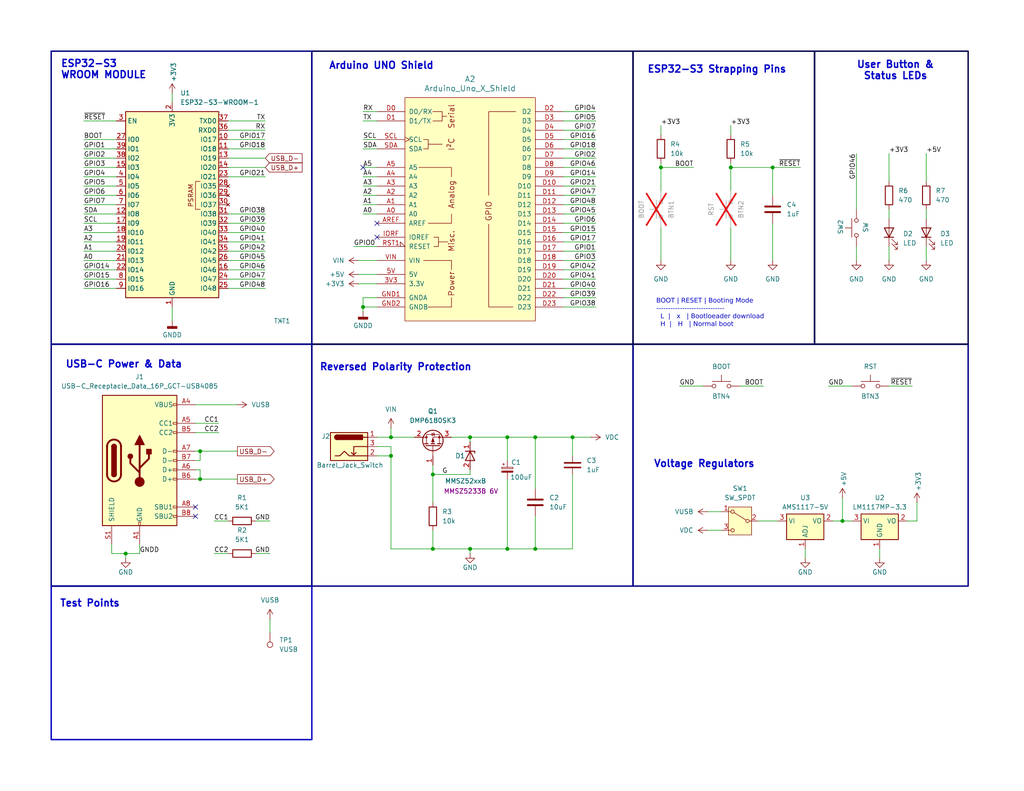
<source format=kicad_sch>
(kicad_sch (version 20250114) (generator "eeschema") (generator_version "9.0")
  (paper "USLetter")
  (title_block (title "ESP32-S3 Arduino Uno Board") (date "2024-10-30") (rev "5.5") (company "CEGEP Heritage College"))
  (lib_symbols
    (symbol "Alexander Symbol Library:USB-C_Receptacle_Data_16P_GCT-USB4085" (pin_names (offset 1.016))
      (property "Reference" "J" (at 0 22.225 0))
      (property "Value" "USB-C_Receptacle_Data_16P_GCT-USB4085" (at 0 19.685 0))
      (symbol "USB-C_Receptacle_Data_16P_GCT-USB4085_1_1"
        (pin power_in line (at -7.62 -22.86 90) (length 5.08) (name "SHIELD") (number "S1"))
        (pin power_in line (at -7.62 -22.86 90) (length 5.08) (hide yes) (name "SHIELD") (number "S2"))
        (pin power_in line (at -7.62 -22.86 90) (length 5.08) (hide yes) (name "SHIELD") (number "S3"))
        (pin power_in line (at -7.62 -22.86 90) (length 5.08) (hide yes) (name "SHIELD") (number "S4"))
        (pin power_in line (at 0 -22.86 90) (length 5.08) (name "GND") (number "A1"))
        (pin power_in line (at 0 -22.86 90) (length 5.08) (hide yes) (name "GND") (number "A12"))
        (pin power_in line (at 0 -22.86 90) (length 5.08) (hide yes) (name "GND") (number "B1"))
        (pin power_in line (at 0 -22.86 90) (length 5.08) (hide yes) (name "GND") (number "B12"))
        (pin power_out line (at 15.24 15.24 180) (length 5.08) (name "VBUS") (number "A4"))
        (pin power_out line (at 15.24 15.24 180) (length 5.08) (hide yes) (name "VBUS") (number "A9"))
        (pin power_out line (at 15.24 15.24 180) (length 5.08) (hide yes) (name "VBUS") (number "B4"))
        (pin passive line (at 15.24 15.24 180) (length 5.08) (hide yes) (name "VBUS") (number "B9"))
        (pin bidirectional line (at 15.24 10.16 180) (length 5.08) (name "CC1") (number "A5"))
        (pin bidirectional line (at 15.24 7.62 180) (length 5.08) (name "CC2") (number "B5"))
        (pin bidirectional line (at 15.24 2.54 180) (length 5.08) (name "D-") (number "A7"))
        (pin bidirectional line (at 15.24 0 180) (length 5.08) (name "D-") (number "B7"))
        (pin bidirectional line (at 15.24 -2.54 180) (length 5.08) (name "D+") (number "A6"))
        (pin bidirectional line (at 15.24 -5.08 180) (length 5.08) (name "D+") (number "B6"))
        (pin bidirectional line (at 15.24 -12.7 180) (length 5.08) (name "SBU1") (number "A8"))
        (pin bidirectional line (at 15.24 -15.24 180) (length 5.08) (name "SBU2") (number "B8"))
      )
    )
    (symbol "Alexander Symbols:AMS1117-5V" (exclude_from_sim yes)
      (property "Reference" "U" (at 0 0 0))
      (property "Value" "AMS1117-5V" (at 0 2.032 0))
      (symbol "AMS1117-5V_1_1"
        (pin power_in line (at -7.62 -3.81 0) (length 2.54) (name "VI") (number "3"))
        (pin power_out line (at 0 -11.43 90) (length 2.54) (name "ADJ") (number "1"))
        (pin power_out line (at 7.62 -3.81 180) (length 2.54) (name "VO") (number "2"))
      )
    )
    (symbol "Alexander Symbols:Arduino_Uno_X_Shield" (pin_names (offset 1.016))
      (property "Reference" "A1" (at 0 34.29 0))
      (property "Value" "Arduino_Uno_X_Shield" (at 0 31.75 0))
      (symbol "Arduino_Uno_X_Shield_0_0"
        (text "Serial" (at -5.08 25.4 900) (effects (font (size 1.524 1.524))))
        (text "I²C" (at -5.08 17.78 900) (effects (font (size 1.524 1.524))))
        (text "Analog" (at -5.08 4.064 900) (effects (font (size 1.524 1.524))))
        (text "Misc." (at -5.08 -8.636 900) (effects (font (size 1.524 1.524))))
        (text "Power" (at -5.08 -20.32 900) (effects (font (size 1.524 1.524))))
      )
      (symbol "Arduino_Uno_X_Shield_1_0"
        (text "GPIO" (at 5.08 -0.508 900) (effects (font (size 1.524 1.524))))
      )
      (symbol "Arduino_Uno_X_Shield_1_1"
        (pin bidirectional line (at -25.4 26.67 0) (length 7.62) (name "D0/RX") (number "D0"))
        (pin bidirectional line (at -25.4 24.13 0) (length 7.62) (name "D1/TX") (number "D1"))
        (pin bidirectional clock (at -25.4 19.05 0) (length 7.62) (name "SCL") (number "SCL"))
        (pin bidirectional line (at -25.4 16.51 0) (length 7.62) (name "SDA") (number "SDA"))
        (pin bidirectional line (at -25.4 11.43 0) (length 7.62) (name "A5") (number "A5"))
        (pin bidirectional line (at -25.4 8.89 0) (length 7.62) (name "A4") (number "A4"))
        (pin bidirectional line (at -25.4 6.35 0) (length 7.62) (name "A3") (number "A3"))
        (pin bidirectional line (at -25.4 3.81 0) (length 7.62) (name "A2") (number "A2"))
        (pin bidirectional line (at -25.4 1.27 0) (length 7.62) (name "A1") (number "A1"))
        (pin bidirectional line (at -25.4 -1.27 0) (length 7.62) (name "A0") (number "A0"))
        (pin input line (at -25.4 -3.81 0) (length 7.62) (name "AREF") (number "AREF"))
        (pin output line (at -25.4 -7.62 0) (length 7.62) (name "IOREF") (number "IORF"))
        (pin open_collector input_low (at -25.4 -10.16 0) (length 7.62) (name "RESET") (number "RST1"))
        (pin power_in line (at -25.4 -13.97 0) (length 7.62) (name "VIN") (number "VIN"))
        (pin power_out line (at -25.4 -17.78 0) (length 7.62) (name "5V") (number "5V"))
        (pin power_out line (at -25.4 -17.78 0) (length 7.62) (hide yes) (name "5V") (number "5V"))
        (pin power_out line (at -25.4 -20.32 0) (length 7.62) (name "3.3V") (number "3V3"))
        (pin power_out line (at -25.4 -20.32 0) (length 7.62) (hide yes) (name "3.3V") (number "3V3"))
        (pin power_in line (at -25.4 -24.13 0) (length 7.62) (name "GNDA") (number "GND1"))
        (pin power_in line (at -25.4 -24.13 0) (length 7.62) (hide yes) (name "GNDA") (number "GND1"))
        (pin power_in line (at -25.4 -24.13 0) (length 7.62) (hide yes) (name "GNDA") (number "GND1"))
        (pin power_in line (at -25.4 -26.67 0) (length 7.62) (name "GNDB") (number "GND2"))
        (pin power_in line (at -25.4 -26.67 0) (length 7.62) (hide yes) (name "GNDB") (number "GND2"))
        (pin bidirectional line (at 25.4 26.67 180) (length 7.62) (name "D2") (number "D2"))
        (pin bidirectional line (at 25.4 24.13 180) (length 7.62) (name "D3") (number "D3"))
        (pin bidirectional line (at 25.4 21.59 180) (length 7.62) (name "D4") (number "D4"))
        (pin bidirectional line (at 25.4 19.05 180) (length 7.62) (name "D5") (number "D5"))
        (pin bidirectional line (at 25.4 16.51 180) (length 7.62) (name "D6") (number "D6"))
        (pin bidirectional line (at 25.4 13.97 180) (length 7.62) (name "D7") (number "D7"))
        (pin bidirectional line (at 25.4 11.43 180) (length 7.62) (name "D8") (number "D8"))
        (pin bidirectional line (at 25.4 8.89 180) (length 7.62) (name "D9") (number "D9"))
        (pin bidirectional line (at 25.4 6.35 180) (length 7.62) (name "D10") (number "D10"))
        (pin bidirectional line (at 25.4 3.81 180) (length 7.62) (name "D11") (number "D11"))
        (pin bidirectional line (at 25.4 1.27 180) (length 7.62) (name "D12") (number "D12"))
        (pin bidirectional line (at 25.4 -1.27 180) (length 7.62) (name "D13") (number "D13"))
        (pin bidirectional line (at 25.4 -3.81 180) (length 7.62) (name "D14") (number "D14"))
        (pin bidirectional line (at 25.4 -6.35 180) (length 7.62) (name "D15") (number "D15"))
        (pin bidirectional line (at 25.4 -8.89 180) (length 7.62) (name "D16") (number "D16"))
        (pin bidirectional line (at 25.4 -11.43 180) (length 7.62) (name "D17") (number "D17"))
        (pin bidirectional line (at 25.4 -13.97 180) (length 7.62) (name "D18") (number "D18"))
        (pin bidirectional line (at 25.4 -16.51 180) (length 7.62) (name "D19") (number "D19"))
        (pin bidirectional line (at 25.4 -19.05 180) (length 7.62) (name "D20") (number "D20"))
        (pin bidirectional line (at 25.4 -21.59 180) (length 7.62) (name "D21") (number "D21"))
        (pin bidirectional line (at 25.4 -24.13 180) (length 7.62) (name "D22") (number "D22"))
        (pin bidirectional line (at 25.4 -26.67 180) (length 7.62) (name "D23") (number "D23"))
      )
    )
    (symbol "Alexander Symbols:Logo"
      (property "Reference" "TXT" (at 0 0 0))
    )
    (symbol "Alexander Symbols:SW_BTN_90DEG" (pin_numbers (hide yes)) (pin_names (offset 1.016) (hide yes))
      (property "Reference" "SW" (at 1.27 2.54 0))
      (property "Value" "SW_Push" (at 0 -1.524 0))
      (symbol "SW_BTN_90DEG_0_1"
        (pin passive line (at -5.08 0 0) (length 2.54) (name "1") (number "1"))
        (pin passive line (at 5.08 0 180) (length 2.54) (name "2") (number "2"))
      )
      (symbol "SW_BTN_90DEG_1_0"
        (pin passive line (at -5.08 0 0) (length 2.54) (hide yes) (name "1") (number "3"))
        (pin passive line (at 5.08 0 180) (length 2.54) (hide yes) (name "2") (number "4"))
      )
    )
    (symbol "Alexander_Library_Symbols:SW_Push_SMD_6x3.5" (pin_numbers (hide yes)) (pin_names (offset 1.016) (hide yes))
      (property "Reference" "SW" (at 1.27 2.54 0))
      (property "Value" "SW_Push_SMD_6x3.5" (at 0 -1.524 0))
      (symbol "SW_Push_SMD_6x3.5_0_1"
        (pin passive line (at -5.08 0 0) (length 2.54) (name "1") (number "1"))
        (pin passive line (at 5.08 0 180) (length 2.54) (name "2") (number "2"))
      )
    )
    (symbol "Connector:Barrel_Jack_Switch" (pin_names (hide yes))
      (property "Reference" "J" (at 0 5.334 0))
      (property "Value" "Barrel_Jack_Switch" (at 0 -5.08 0))
      (symbol "Barrel_Jack_Switch_1_1"
        (pin passive line (at 7.62 2.54 180) (length 2.54) (name "~") (number "1"))
        (pin passive line (at 7.62 0 180) (length 2.54) (name "~") (number "3"))
        (pin passive line (at 7.62 -2.54 180) (length 2.54) (name "~") (number "2"))
      )
    )
    (symbol "Connector:TestPoint" (pin_numbers (hide yes)) (pin_names (offset 0.762) (hide yes))
      (property "Reference" "TP" (at 0 6.858 0))
      (property "Value" "TestPoint" (at 0 5.08 0))
      (symbol "TestPoint_1_1"
        (pin passive line (at 0 0 90) (length 2.54) (name "1") (number "1"))
      )
    )
    (symbol "Device:C" (pin_numbers (hide yes)) (pin_names (offset 0.254))
      (property "Reference" "C" (at 0.635 2.54 0))
      (property "Value" "C" (at 0.635 -2.54 0))
      (symbol "C_1_1"
        (pin passive line (at 0 3.81 270) (length 2.794) (name "~") (number "1"))
        (pin passive line (at 0 -3.81 90) (length 2.794) (name "~") (number "2"))
      )
    )
    (symbol "Device:C_Polarized_Small" (pin_numbers (hide yes)) (pin_names (offset 0.254) (hide yes))
      (property "Reference" "C" (at 0.254 1.778 0))
      (property "Value" "C_Polarized_Small" (at 0.254 -2.032 0))
      (symbol "C_Polarized_Small_1_1"
        (pin passive line (at 0 2.54 270) (length 1.8542) (name "~") (number "1"))
        (pin passive line (at 0 -2.54 90) (length 1.8542) (name "~") (number "2"))
      )
    )
    (symbol "Device:LED" (pin_numbers (hide yes)) (pin_names (offset 1.016) (hide yes))
      (property "Reference" "D" (at 0 2.54 0))
      (property "Value" "LED" (at 0 -2.54 0))
      (symbol "LED_1_1"
        (pin passive line (at -3.81 0 0) (length 2.54) (name "K") (number "1"))
        (pin passive line (at 3.81 0 180) (length 2.54) (name "A") (number "2"))
      )
    )
    (symbol "Device:R" (pin_numbers (hide yes)) (pin_names (offset 0))
      (property "Reference" "R" (at 2.032 0 90))
      (property "Value" "R" (at 0 0 90))
      (symbol "R_1_1"
        (pin passive line (at 0 3.81 270) (length 1.27) (name "~") (number "1"))
        (pin passive line (at 0 -3.81 90) (length 1.27) (name "~") (number "2"))
      )
    )
    (symbol "GND_1" (power) (pin_numbers (hide yes)) (pin_names (offset 0) (hide yes))
      (property "Value" "GND" (at 0 -3.81 0))
      (symbol "GND_1_1_1"
        (pin power_in line (at 0 0 270) (length 0) (name "~") (number "1"))
      )
    )
    (symbol "PCM_SL_Devices:Capacitor_NP"
      (property "Reference" "C" (at 0 6.35 0))
      (property "Value" "Capacitor_NP" (at 0 3.81 0))
      (symbol "Capacitor_NP_1_1"
        (pin passive line (at -2.54 0 0) (length 2) (name "~") (number "1"))
        (pin input line (at 2.54 0 180) (length 2) (name "~") (number "2"))
      )
    )
    (symbol "RF_Module:ESP32-S3-WROOM-1"
      (property "Reference" "U6" (at 2.1941 30.48 0))
      (property "Value" "ESP32-S3-WROOM-1" (at 2.1941 27.94 0))
      (symbol "ESP32-S3-WROOM-1_0_0"
        (text "PSRAM" (at 5.08 2.54 900) (effects (font (size 1.27 1.27))))
      )
      (symbol "ESP32-S3-WROOM-1_1_1"
        (pin input line (at -15.24 22.86 0) (length 2.54) (name "EN") (number "3"))
        (pin bidirectional line (at -15.24 17.78 0) (length 2.54) (name "IO0") (number "27"))
        (pin bidirectional line (at -15.24 15.24 0) (length 2.54) (name "IO1") (number "39"))
        (pin bidirectional line (at -15.24 12.7 0) (length 2.54) (name "IO2") (number "38"))
        (pin bidirectional line (at -15.24 10.16 0) (length 2.54) (name "IO3") (number "15"))
        (pin bidirectional line (at -15.24 7.62 0) (length 2.54) (name "IO4") (number "4"))
        (pin bidirectional line (at -15.24 5.08 0) (length 2.54) (name "IO5") (number "5"))
        (pin bidirectional line (at -15.24 2.54 0) (length 2.54) (name "IO6") (number "6"))
        (pin bidirectional line (at -15.24 0 0) (length 2.54) (name "IO7") (number "7"))
        (pin bidirectional line (at -15.24 -2.54 0) (length 2.54) (name "IO8") (number "12"))
        (pin bidirectional line (at -15.24 -5.08 0) (length 2.54) (name "IO9") (number "17"))
        (pin bidirectional line (at -15.24 -7.62 0) (length 2.54) (name "IO10") (number "18"))
        (pin bidirectional line (at -15.24 -10.16 0) (length 2.54) (name "IO11") (number "19"))
        (pin bidirectional line (at -15.24 -12.7 0) (length 2.54) (name "IO12") (number "20"))
        (pin bidirectional line (at -15.24 -15.24 0) (length 2.54) (name "IO13") (number "21"))
        (pin bidirectional line (at -15.24 -17.78 0) (length 2.54) (name "IO14") (number "22"))
        (pin bidirectional line (at -15.24 -20.32 0) (length 2.54) (name "IO15") (number "8"))
        (pin bidirectional line (at -15.24 -22.86 0) (length 2.54) (name "IO16") (number "9"))
        (pin power_in line (at 0 27.94 270) (length 2.54) (name "3V3") (number "2"))
        (pin power_in line (at 0 -27.94 90) (length 2.54) (name "GND") (number "1"))
        (pin passive line (at 0 -27.94 90) (length 2.54) (hide yes) (name "GND") (number "40"))
        (pin passive line (at 0 -27.94 90) (length 2.54) (hide yes) (name "GND") (number "41"))
        (pin bidirectional line (at 15.24 22.86 180) (length 2.54) (name "TXD0") (number "37"))
        (pin bidirectional line (at 15.24 20.32 180) (length 2.54) (name "RXD0") (number "36"))
        (pin bidirectional line (at 15.24 17.78 180) (length 2.54) (name "IO17") (number "10"))
        (pin bidirectional line (at 15.24 15.24 180) (length 2.54) (name "IO18") (number "11"))
        (pin bidirectional line (at 15.24 12.7 180) (length 2.54) (name "IO19") (number "13"))
        (pin bidirectional line (at 15.24 10.16 180) (length 2.54) (name "IO20") (number "14"))
        (pin bidirectional line (at 15.24 7.62 180) (length 2.54) (name "IO21") (number "23"))
        (pin no_connect line (at 15.24 5.08 180) (length 2.54) (name "IO35") (number "28"))
        (pin no_connect line (at 15.24 2.54 180) (length 2.54) (name "IO36") (number "29"))
        (pin no_connect line (at 15.24 0 180) (length 2.54) (name "IO37") (number "30"))
        (pin bidirectional line (at 15.24 -2.54 180) (length 2.54) (name "IO38") (number "31"))
        (pin bidirectional line (at 15.24 -5.08 180) (length 2.54) (name "IO39") (number "32"))
        (pin bidirectional line (at 15.24 -7.62 180) (length 2.54) (name "IO40") (number "33"))
        (pin bidirectional line (at 15.24 -10.16 180) (length 2.54) (name "IO41") (number "34"))
        (pin bidirectional line (at 15.24 -12.7 180) (length 2.54) (name "IO42") (number "35"))
        (pin bidirectional line (at 15.24 -15.24 180) (length 2.54) (name "IO45") (number "26"))
        (pin bidirectional line (at 15.24 -17.78 180) (length 2.54) (name "IO46") (number "16"))
        (pin bidirectional line (at 15.24 -20.32 180) (length 2.54) (name "IO47") (number "24"))
        (pin bidirectional line (at 15.24 -22.86 180) (length 2.54) (name "IO48") (number "25"))
      )
    )
    (symbol "Regulator_Linear:LM1117MP-3.3"
      (property "Reference" "U" (at -3.81 3.175 0))
      (property "Value" "LM1117MP-3.3" (at 0 3.175 0))
      (symbol "LM1117MP-3.3_1_1"
        (pin power_in line (at -7.62 0 0) (length 2.54) (name "VI") (number "3"))
        (pin power_in line (at 0 -7.62 90) (length 2.54) (name "GND") (number "1"))
        (pin power_out line (at 7.62 0 180) (length 2.54) (name "VO") (number "2"))
      )
    )
    (symbol "Switch:SW_SPDT" (pin_names (offset 0) (hide yes))
      (property "Reference" "SW" (at 0 5.08 0))
      (property "Value" "SW_SPDT" (at 0 -5.08 0))
      (symbol "SW_SPDT_1_1"
        (pin passive line (at -5.08 0 0) (length 2.54) (name "B") (number "2"))
        (pin passive line (at 5.08 2.54 180) (length 2.54) (name "A") (number "1"))
        (pin passive line (at 5.08 -2.54 180) (length 2.54) (name "C") (number "3"))
      )
    )
    (symbol "myparts:DMP6180SK3" (pin_names (hide yes))
      (property "Reference" "Q" (at -6.35 3.81 0))
      (property "Value" "DMP6180SK3" (at -8.89 -5.08 0))
      (symbol "DMP6180SK3_1_1"
        (pin input line (at -7.62 0 0) (length 2.54) (name "G") (number "1"))
        (pin passive line (at 0 5.08 270) (length 2.54) (name "D") (number "2"))
        (pin passive line (at 0 -5.08 90) (length 2.54) (name "S") (number "3"))
      )
    )
    (symbol "myparts:MMSZ52XXB" (pin_names (hide yes))
      (property "Reference" "D" (at -7.62 -2.54 0))
      (property "Value" "MMSZ52XXB" (at -2.54 3.81 0))
      (symbol "MMSZ52XXB_1_1"
        (pin passive line (at -2.54 0 0) (length 2.54) (name "K") (number "1"))
        (pin passive line (at 5.08 0 180) (length 2.54) (name "A") (number "2"))
      )
    )
    (symbol "power:+3V3" (power) (pin_numbers (hide yes)) (pin_names (offset 0) (hide yes))
      (property "Value" "+3V3" (at 0 3.556 0))
      (symbol "+3V3_1_1"
        (pin power_in line (at 0 0 90) (length 0) (name "~") (number "1"))
      )
    )
    (symbol "power:+5V" (power) (pin_numbers (hide yes)) (pin_names (offset 0) (hide yes))
      (property "Value" "+5V" (at 0 3.556 0))
      (symbol "+5V_1_1"
        (pin power_in line (at 0 0 90) (length 0) (name "~") (number "1"))
      )
    )
    (symbol "power:GND" (power) (pin_names (offset 0))
      (property "Value" "GND" (at 0 -3.81 0))
      (symbol "GND_1_1"
        (pin power_in line (at 0 0 270) (length 0) (hide yes) (name "GND") (number "1"))
      )
    )
    (symbol "power:GNDD" (power) (pin_numbers (hide yes)) (pin_names (offset 0) (hide yes))
      (property "Value" "GNDD" (at 0 -3.175 0))
      (symbol "GNDD_1_1"
        (pin power_in line (at 0 0 270) (length 0) (name "~") (number "1"))
      )
    )
    (symbol "power:VDC" (power) (pin_numbers (hide yes)) (pin_names (offset 0) (hide yes))
      (property "Value" "VDC" (at 0 3.556 0))
      (symbol "VDC_1_1"
        (pin power_in line (at 0 0 90) (length 0) (name "~") (number "1"))
      )
    )
    (symbol "power:VDD" (power) (pin_numbers (hide yes)) (pin_names (offset 0) (hide yes))
      (property "Value" "VDD" (at 0 3.556 0))
      (symbol "VDD_1_1"
        (pin power_in line (at 0 0 90) (length 0) (name "~") (number "1"))
      )
    )
  )
  (rectangle (start 13.97 93.98) (end 85.09 160.02) (stroke (width 0.381) (color 0 0 132 1)))
  (rectangle (start 222.25 13.97) (end 264.16 93.98) (stroke (width 0.381) (color 0 0 72 1)))
  (rectangle (start 85.09 93.98) (end 172.72 160.02) (stroke (width 0.381) (color 0 0 132 1)))
  (rectangle (start 85.09 13.97) (end 172.72 93.98) (stroke (width 0.381) (color 0 0 72 1)))
  (rectangle (start 13.97 13.97) (end 85.09 93.98) (stroke (width 0.381) (color 0 0 132 1)))
  (rectangle (start 13.97 160.02) (end 85.09 201.93) (stroke (width 0.381)))
  (rectangle (start 172.72 93.98) (end 264.16 160.02) (stroke (width 0.381) (color 0 0 132 1)))
  (rectangle (start 172.72 13.97) (end 222.25 93.98) (stroke (width 0.381) (color 0 0 72 1)))
  (text "ESP32-S3\nWROOM MODULE" (at 16.51 19.05 0) (effects (font (size 1.905 1.905) (thickness 0.381) (bold yes)) (justify left)))
  (text "USB-C Power & Data" (at 17.78 99.568 0) (effects (font (size 1.905 1.905) (thickness 0.381) (bold yes)) (justify left)))
  (text "Arduino UNO Shield" (at 89.662 18.034 0) (effects (font (size 1.905 1.905) (thickness 0.381) (bold yes)) (justify left)))
  (text "BOOT | RESET | Booting Mode \n-----------------------------\n  L  |   x   | Bootloeader download \n  H  |   H   | Normal boot" (at 179.07 85.852 0) (effects (font (size 1.27 1.27)) (justify left)))
  (text "Reversed Polarity Protection" (at 87.122 100.33 0) (effects (font (size 1.905 1.905) (thickness 0.381) (bold yes)) (justify left)))
  (text "Test Points" (at 16.256 164.846 0) (effects (font (size 1.905 1.905) (thickness 0.381) (bold yes)) (justify left)))
  (text "User Button &\nStatus LEDs" (at 244.348 19.304 0) (effects (font (size 1.905 1.905) (thickness 0.381) (bold yes))))
  (text "ESP32-S3 Strapping Pins" (at 176.53 19.05 0) (effects (font (size 1.905 1.905) (thickness 0.381) (bold yes)) (justify left)))
  (text "Voltage Regulators" (at 178.308 126.746 0) (effects (font (size 1.905 1.905) (thickness 0.381) (bold yes)) (justify left)))
  (junction (at 229.87 142.24))
  (junction (at 54.61 130.81))
  (junction (at 146.05 149.86))
  (junction (at 128.27 149.86))
  (junction (at 118.11 149.86))
  (junction (at 34.29 151.13))
  (junction (at 199.39 45.72))
  (junction (at 106.68 124.46))
  (junction (at 128.27 119.38))
  (junction (at 99.06 83.82))
  (junction (at 156.21 119.38))
  (junction (at 180.34 45.72))
  (junction (at 106.68 119.38))
  (junction (at 210.82 45.72))
  (junction (at 138.43 119.38))
  (junction (at 138.43 149.86))
  (junction (at 118.11 129.54))
  (junction (at 54.61 123.19))
  (junction (at 146.05 119.38))
  (no_connect (at 53.34 138.43))
  (no_connect (at 102.87 64.77))
  (no_connect (at 99.06 45.72))
  (no_connect (at 53.34 140.97))
  (no_connect (at 102.87 60.96))
  (wire (pts (xy 62.23 71.12) (xy 72.39 71.12)))
  (wire (pts (xy 99.06 53.34) (xy 102.87 53.34)))
  (wire (pts (xy 102.87 119.38) (xy 106.68 119.38)))
  (wire (pts (xy 99.06 48.26) (xy 102.87 48.26)))
  (wire (pts (xy 118.11 137.16) (xy 118.11 129.54)))
  (wire (pts (xy 97.79 74.93) (xy 102.87 74.93)))
  (wire (pts (xy 242.57 67.31) (xy 242.57 71.12)))
  (wire (pts (xy 62.23 45.72) (xy 72.39 45.72)))
  (wire (pts (xy 46.99 83.82) (xy 46.99 87.63)))
  (wire (pts (xy 128.27 149.86) (xy 138.43 149.86)))
  (wire (pts (xy 99.06 55.88) (xy 102.87 55.88)))
  (wire (pts (xy 153.67 71.12) (xy 162.56 71.12)))
  (wire (pts (xy 128.27 128.27) (xy 128.27 129.54)))
  (wire (pts (xy 210.82 71.12) (xy 210.82 60.96)))
  (wire (pts (xy 193.04 144.78) (xy 196.85 144.78)))
  (wire (pts (xy 210.82 45.72) (xy 218.44 45.72)))
  (wire (pts (xy 102.87 121.92) (xy 106.68 121.92)))
  (wire (pts (xy 53.34 118.11) (xy 59.69 118.11)))
  (wire (pts (xy 199.39 62.23) (xy 199.39 71.12)))
  (wire (pts (xy 219.71 149.86) (xy 219.71 152.4)))
  (wire (pts (xy 199.39 45.72) (xy 210.82 45.72)))
  (wire (pts (xy 153.67 35.56) (xy 162.56 35.56)))
  (wire (pts (xy 106.68 116.84) (xy 106.68 119.38)))
  (wire (pts (xy 229.87 142.24) (xy 227.33 142.24)))
  (wire (pts (xy 138.43 130.81) (xy 138.43 149.86)))
  (wire (pts (xy 99.06 58.42) (xy 102.87 58.42)))
  (wire (pts (xy 153.67 53.34) (xy 162.56 53.34)))
  (wire (pts (xy 153.67 73.66) (xy 162.56 73.66)))
  (wire (pts (xy 22.86 76.2) (xy 31.75 76.2)))
  (wire (pts (xy 22.86 66.04) (xy 31.75 66.04)))
  (wire (pts (xy 193.04 139.7) (xy 196.85 139.7)))
  (wire (pts (xy 118.11 129.54) (xy 118.11 127)))
  (wire (pts (xy 240.03 149.86) (xy 240.03 152.4)))
  (wire (pts (xy 99.06 83.82) (xy 99.06 81.28)))
  (wire (pts (xy 106.68 121.92) (xy 106.68 124.46)))
  (wire (pts (xy 99.06 50.8) (xy 102.87 50.8)))
  (wire (pts (xy 106.68 124.46) (xy 106.68 149.86)))
  (wire (pts (xy 146.05 149.86) (xy 156.21 149.86)))
  (wire (pts (xy 62.23 68.58) (xy 72.39 68.58)))
  (wire (pts (xy 22.86 38.1) (xy 31.75 38.1)))
  (wire (pts (xy 210.82 45.72) (xy 210.82 53.34)))
  (wire (pts (xy 99.06 83.82) (xy 102.87 83.82)))
  (wire (pts (xy 99.06 85.09) (xy 99.06 83.82)))
  (wire (pts (xy 199.39 45.72) (xy 199.39 52.07)))
  (wire (pts (xy 69.85 151.13) (xy 73.66 151.13)))
  (wire (pts (xy 46.99 25.4) (xy 46.99 27.94)))
  (wire (pts (xy 62.23 73.66) (xy 72.39 73.66)))
  (wire (pts (xy 156.21 119.38) (xy 156.21 124.46)))
  (wire (pts (xy 180.34 45.72) (xy 189.23 45.72)))
  (wire (pts (xy 62.23 76.2) (xy 72.39 76.2)))
  (wire (pts (xy 99.06 33.02) (xy 102.87 33.02)))
  (wire (pts (xy 97.79 71.12) (xy 102.87 71.12)))
  (wire (pts (xy 62.23 78.74) (xy 72.39 78.74)))
  (wire (pts (xy 69.85 142.24) (xy 73.66 142.24)))
  (wire (pts (xy 156.21 129.54) (xy 156.21 149.86)))
  (wire (pts (xy 118.11 144.78) (xy 118.11 149.86)))
  (wire (pts (xy 58.42 151.13) (xy 62.23 151.13)))
  (wire (pts (xy 62.23 35.56) (xy 72.39 35.56)))
  (wire (pts (xy 153.67 76.2) (xy 162.56 76.2)))
  (wire (pts (xy 146.05 119.38) (xy 146.05 133.35)))
  (wire (pts (xy 22.86 73.66) (xy 31.75 73.66)))
  (wire (pts (xy 233.68 67.31) (xy 233.68 71.12)))
  (wire (pts (xy 153.67 33.02) (xy 162.56 33.02)))
  (wire (pts (xy 118.11 149.86) (xy 106.68 149.86)))
  (wire (pts (xy 128.27 119.38) (xy 138.43 119.38)))
  (wire (pts (xy 153.67 40.64) (xy 162.56 40.64)))
  (wire (pts (xy 34.29 151.13) (xy 34.29 152.4)))
  (wire (pts (xy 153.67 50.8) (xy 162.56 50.8)))
  (wire (pts (xy 153.67 83.82) (xy 162.56 83.82)))
  (wire (pts (xy 229.87 135.89) (xy 229.87 142.24)))
  (wire (pts (xy 199.39 44.45) (xy 199.39 45.72)))
  (wire (pts (xy 54.61 125.73) (xy 54.61 123.19)))
  (wire (pts (xy 99.06 40.64) (xy 102.87 40.64)))
  (wire (pts (xy 156.21 119.38) (xy 161.29 119.38)))
  (wire (pts (xy 242.57 41.91) (xy 242.57 49.53)))
  (wire (pts (xy 22.86 60.96) (xy 31.75 60.96)))
  (wire (pts (xy 226.06 105.41) (xy 232.41 105.41)))
  (wire (pts (xy 153.67 45.72) (xy 162.56 45.72)))
  (wire (pts (xy 106.68 119.38) (xy 113.03 119.38)))
  (wire (pts (xy 180.34 34.29) (xy 180.34 36.83)))
  (wire (pts (xy 153.67 63.5) (xy 162.56 63.5)))
  (wire (pts (xy 153.67 58.42) (xy 162.56 58.42)))
  (wire (pts (xy 99.06 81.28) (xy 102.87 81.28)))
  (wire (pts (xy 22.86 55.88) (xy 31.75 55.88)))
  (wire (pts (xy 38.1 148.59) (xy 38.1 151.13)))
  (wire (pts (xy 97.79 77.47) (xy 102.87 77.47)))
  (wire (pts (xy 201.93 105.41) (xy 208.28 105.41)))
  (wire (pts (xy 99.06 30.48) (xy 102.87 30.48)))
  (wire (pts (xy 146.05 140.97) (xy 146.05 149.86)))
  (wire (pts (xy 128.27 149.86) (xy 118.11 149.86)))
  (wire (pts (xy 54.61 128.27) (xy 54.61 130.81)))
  (wire (pts (xy 207.01 142.24) (xy 212.09 142.24)))
  (wire (pts (xy 53.34 110.49) (xy 64.77 110.49)))
  (wire (pts (xy 22.86 40.64) (xy 31.75 40.64)))
  (wire (pts (xy 123.19 119.38) (xy 128.27 119.38)))
  (wire (pts (xy 22.86 71.12) (xy 31.75 71.12)))
  (wire (pts (xy 30.48 148.59) (xy 30.48 151.13)))
  (wire (pts (xy 73.66 168.91) (xy 73.66 172.72)))
  (wire (pts (xy 153.67 38.1) (xy 162.56 38.1)))
  (wire (pts (xy 54.61 130.81) (xy 64.77 130.81)))
  (wire (pts (xy 22.86 50.8) (xy 31.75 50.8)))
  (wire (pts (xy 185.42 105.41) (xy 191.77 105.41)))
  (wire (pts (xy 62.23 63.5) (xy 72.39 63.5)))
  (wire (pts (xy 138.43 119.38) (xy 138.43 125.73)))
  (wire (pts (xy 53.34 125.73) (xy 54.61 125.73)))
  (wire (pts (xy 233.68 41.91) (xy 233.68 57.15)))
  (wire (pts (xy 180.34 45.72) (xy 180.34 52.07)))
  (wire (pts (xy 138.43 149.86) (xy 146.05 149.86)))
  (wire (pts (xy 153.67 30.48) (xy 162.56 30.48)))
  (wire (pts (xy 242.57 105.41) (xy 248.92 105.41)))
  (wire (pts (xy 99.06 38.1) (xy 102.87 38.1)))
  (wire (pts (xy 128.27 151.13) (xy 128.27 149.86)))
  (wire (pts (xy 180.34 44.45) (xy 180.34 45.72)))
  (wire (pts (xy 153.67 66.04) (xy 162.56 66.04)))
  (wire (pts (xy 22.86 48.26) (xy 31.75 48.26)))
  (wire (pts (xy 22.86 78.74) (xy 31.75 78.74)))
  (wire (pts (xy 252.73 41.91) (xy 252.73 49.53)))
  (wire (pts (xy 53.34 115.57) (xy 59.69 115.57)))
  (wire (pts (xy 250.19 137.16) (xy 250.19 142.24)))
  (wire (pts (xy 22.86 63.5) (xy 31.75 63.5)))
  (wire (pts (xy 62.23 60.96) (xy 72.39 60.96)))
  (wire (pts (xy 22.86 58.42) (xy 31.75 58.42)))
  (wire (pts (xy 58.42 142.24) (xy 62.23 142.24)))
  (wire (pts (xy 153.67 78.74) (xy 162.56 78.74)))
  (wire (pts (xy 22.86 68.58) (xy 31.75 68.58)))
  (wire (pts (xy 22.86 33.02) (xy 31.75 33.02)))
  (wire (pts (xy 53.34 130.81) (xy 54.61 130.81)))
  (wire (pts (xy 34.29 151.13) (xy 38.1 151.13)))
  (wire (pts (xy 128.27 119.38) (xy 128.27 120.65)))
  (wire (pts (xy 252.73 57.15) (xy 252.73 59.69)))
  (wire (pts (xy 252.73 67.31) (xy 252.73 71.12)))
  (wire (pts (xy 62.23 58.42) (xy 72.39 58.42)))
  (wire (pts (xy 53.34 123.19) (xy 54.61 123.19)))
  (wire (pts (xy 153.67 43.18) (xy 162.56 43.18)))
  (wire (pts (xy 30.48 151.13) (xy 34.29 151.13)))
  (wire (pts (xy 62.23 33.02) (xy 72.39 33.02)))
  (wire (pts (xy 229.87 142.24) (xy 232.41 142.24)))
  (wire (pts (xy 180.34 62.23) (xy 180.34 71.12)))
  (wire (pts (xy 62.23 66.04) (xy 72.39 66.04)))
  (wire (pts (xy 99.06 45.72) (xy 102.87 45.72)))
  (wire (pts (xy 199.39 34.29) (xy 199.39 36.83)))
  (wire (pts (xy 53.34 128.27) (xy 54.61 128.27)))
  (wire (pts (xy 22.86 43.18) (xy 31.75 43.18)))
  (wire (pts (xy 138.43 119.38) (xy 146.05 119.38)))
  (wire (pts (xy 153.67 55.88) (xy 162.56 55.88)))
  (wire (pts (xy 153.67 60.96) (xy 162.56 60.96)))
  (wire (pts (xy 62.23 38.1) (xy 72.39 38.1)))
  (wire (pts (xy 62.23 40.64) (xy 72.39 40.64)))
  (wire (pts (xy 146.05 119.38) (xy 156.21 119.38)))
  (wire (pts (xy 62.23 48.26) (xy 72.39 48.26)))
  (wire (pts (xy 54.61 123.19) (xy 64.77 123.19)))
  (wire (pts (xy 22.86 45.72) (xy 31.75 45.72)))
  (wire (pts (xy 62.23 43.18) (xy 72.39 43.18)))
  (wire (pts (xy 106.68 124.46) (xy 102.87 124.46)))
  (wire (pts (xy 153.67 48.26) (xy 162.56 48.26)))
  (wire (pts (xy 128.27 129.54) (xy 118.11 129.54)))
  (wire (pts (xy 153.67 81.28) (xy 162.56 81.28)))
  (wire (pts (xy 153.67 68.58) (xy 162.56 68.58)))
  (wire (pts (xy 242.57 57.15) (xy 242.57 59.69)))
  (wire (pts (xy 250.19 142.24) (xy 247.65 142.24)))
  (wire (pts (xy 96.52 67.31) (xy 102.87 67.31)))
  (wire (pts (xy 22.86 53.34) (xy 31.75 53.34)))
  (label "GPIO3" (at 162.56 71.12 180))
  (label "GPIO17" (at 72.39 38.1 180))
  (label "TX" (at 72.39 33.02 180))
  (label "GPIO5" (at 162.56 33.02 180))
  (label "A3" (at 22.86 63.5 0))
  (label "SDA" (at 22.86 58.42 0))
  (label "GPIO4" (at 162.56 30.48 180))
  (label "GPIO39" (at 162.56 81.28 180))
  (label "GPIO41" (at 72.39 66.04 180))
  (label "A1" (at 22.86 68.58 0))
  (label "GPIO21" (at 162.56 50.8 180))
  (label "GPIO17" (at 162.56 66.04 180))
  (label "GPIO47" (at 72.39 76.2 180))
  (label "GPIO40" (at 72.39 63.5 180))
  (label "~{RESET}" (at 248.92 105.41 180))
  (label "GPIO14" (at 162.56 48.26 180))
  (label "GPIO0" (at 96.52 67.31 0))
  (label "G" (at 120.65 129.54 0))
  (label "GPIO45" (at 72.39 71.12 180))
  (label "GPIO6" (at 162.56 60.96 180))
  (label "TX" (at 99.06 33.02 0))
  (label "+3V3" (at 242.57 41.91 0))
  (label "A4" (at 99.06 48.26 0))
  (label "GPIO42" (at 162.56 73.66 180))
  (label "GPIO6" (at 22.86 53.34 0))
  (label "SCL" (at 99.06 38.1 0))
  (label "CC1" (at 59.69 115.57 180))
  (label "GPIO39" (at 72.39 60.96 180))
  (label "GPIO21" (at 72.39 48.26 180))
  (label "CC1" (at 58.42 142.24 0))
  (label "A2" (at 22.86 66.04 0))
  (label "~{RESET}" (at 218.44 45.72 180))
  (label "GND" (at 73.66 151.13 180))
  (label "GPIO48" (at 72.39 78.74 180))
  (label "+5V" (at 252.73 41.91 0))
  (label "GPIO18" (at 162.56 40.64 180))
  (label "GPIO2" (at 162.56 43.18 180))
  (label "GPIO5" (at 22.86 50.8 0))
  (label "A0" (at 22.86 71.12 0))
  (label "GPIO18" (at 72.39 40.64 180))
  (label "CC2" (at 58.42 151.13 0))
  (label "GPIO46" (at 162.56 45.72 180))
  (label "GPIO15" (at 162.56 63.5 180))
  (label "GND" (at 73.66 142.24 180))
  (label "GPIO14" (at 22.86 73.66 0))
  (label "A0" (at 99.06 58.42 0))
  (label "GPIO46" (at 72.39 73.66 180))
  (label "GPIO1" (at 162.56 68.58 180))
  (label "GPIO46" (at 233.68 41.91 270))
  (label "GPIO41" (at 162.56 76.2 180))
  (label "GND" (at 185.42 105.41 0))
  (label "RX" (at 99.06 30.48 0))
  (label "~{RESET}" (at 22.86 33.02 0))
  (label "GPIO42" (at 72.39 68.58 180))
  (label "GPIO7" (at 22.86 55.88 0))
  (label "GPIO3" (at 22.86 45.72 0))
  (label "BOOT" (at 208.28 105.41 180))
  (label "BOOT" (at 22.86 38.1 0))
  (label "A3" (at 99.06 50.8 0))
  (label "GPIO16" (at 22.86 78.74 0))
  (label "GPIO4" (at 22.86 48.26 0))
  (label "SCL" (at 22.86 60.96 0))
  (label "RX" (at 72.39 35.56 180))
  (label "BOOT" (at 189.23 45.72 180))
  (label "GPIO7" (at 162.56 35.56 180))
  (label "A5" (at 99.06 45.72 0))
  (label "A1" (at 99.06 55.88 0))
  (label "GPIO40" (at 162.56 78.74 180))
  (label "GPIO16" (at 162.56 38.1 180))
  (label "GPIO38" (at 162.56 83.82 180))
  (label "A2" (at 99.06 53.34 0))
  (label "GPIO2" (at 22.86 43.18 0))
  (label "CC2" (at 59.69 118.11 180))
  (label "GPIO1" (at 22.86 40.64 0))
  (label "+3V3" (at 199.39 34.29 0))
  (label "GPIO48" (at 162.56 55.88 180))
  (label "SDA" (at 99.06 40.64 0))
  (label "GPIO45" (at 162.56 58.42 180))
  (label "GPIO47" (at 162.56 53.34 180))
  (label "GPIO38" (at 72.39 58.42 180))
  (label "GNDD" (at 38.1 151.13 0))
  (label "GPIO15" (at 22.86 76.2 0))
  (label "GND" (at 226.06 105.41 0))
  (label "+3V3" (at 180.34 34.29 0))
  (global_label "USB_D+" (shape input) (at 72.39 45.72 0) (property "Intersheetrefs" "${INTERSHEET_REFS}" (effects (hide yes))))
  (global_label "USB_D-" (shape input) (at 72.39 43.18 0) (property "Intersheetrefs" "${INTERSHEET_REFS}" (effects (hide yes))))
  (global_label "USB_D-" (shape output) (at 64.77 123.19 0) (property "Intersheetrefs" "${INTERSHEET_REFS}" (effects (hide yes))))
  (global_label "USB_D+" (shape output) (at 64.77 130.81 0) (property "Intersheetrefs" "${INTERSHEET_REFS}" (effects (hide yes))))
  (symbol (lib_id "power:+5V") (at 229.87 135.89 0) (unit 1)
    (property "Reference" "#PWR013" (effects (hide yes)))
    (property "Value" "+5V" (at 230.2256 132.842 90) (effects (justify left)))
  )
  (symbol (lib_id "Device:LED") (at 252.73 63.5 90) (unit 1)
    (property "Reference" "D3" (at 256.54 63.8174 90) (effects (justify right)))
    (property "Value" "LED" (at 256.54 66.3574 90) (effects (justify right)))
    (property "Footprint" "Alexander Footprint Library:LED_0805N_CML" (effects (hide yes)))
    (property "Description" "Light emitting diode" (effects (hide yes)))
  )
  (symbol (lib_id "myparts:DMP6180SK3") (at 118.11 119.38 90) (unit 1)
    (property "Reference" "Q1" (at 118.11 112.268 90))
    (property "Value" "DMP6180SK3" (at 118.11 114.808 90))
    (property "Footprint" "Package_TO_SOT_SMD:TO-252-2" (effects (hide yes)))
  )
  (symbol (lib_id "power:+3V3") (at 46.99 25.4 0) (unit 1)
    (property "Reference" "#PWR05" (effects (hide yes)))
    (property "Value" "+3V3" (at 47.371 22.352 90) (effects (justify left)))
  )
  (symbol (lib_name "GND_1") (lib_id "power:GND") (at 252.73 71.12 0) (unit 1)
    (property "Reference" "#PWR024" (effects (hide yes)))
    (property "Value" "GND" (at 252.73 76.2 0))
    (property "Description" "Power symbol creates a global label with name \"GND\" , ground" (effects (hide yes)))
  )
  (symbol (lib_id "power:+3V3") (at 97.79 77.47 90) (unit 1)
    (property "Reference" "#PWR04" (effects (hide yes)))
    (property "Value" "+3V3" (at 93.98 77.4699 90) (effects (justify left)))
    (property "Description" "Power symbol creates a global label with name \"+3V3\"" (effects (hide yes)))
  )
  (symbol (lib_id "Device:R") (at 199.39 40.64 0) (unit 1)
    (property "Reference" "R5" (at 201.93 39.3699 0) (effects (justify left)))
    (property "Value" "10k" (at 201.93 41.9099 0) (effects (justify left)))
    (property "Footprint" "Resistor_SMD:R_1206_3216Metric_Pad1.30x1.75mm_HandSolder" (effects (hide yes)))
    (property "Description" "Resistor" (effects (hide yes)))
  )
  (symbol (lib_id "PCM_SL_Devices:Capacitor_NP") (at 156.21 127 90) (unit 1)
    (property "Reference" "C3" (at 160.02 125.7299 90) (effects (justify right)))
    (property "Value" "1uF" (at 160.02 128.2699 90) (effects (justify right)))
    (property "Footprint" "Alexander Footprint Library:C_CAP_CL31_SAM" (effects (hide yes)))
    (property "Description" "Unpolarized Capacitor" (effects (hide yes)))
  )
  (symbol (lib_id "power:GND") (at 240.03 152.4 0) (unit 1)
    (property "Reference" "#PWR011" (effects (hide yes)))
    (property "Value" "GND" (at 240.03 156.21 0))
  )
  (symbol (lib_id "Alexander Symbols:SW_BTN_90DEG") (at 180.34 57.15 90) (mirror x) (unit 1) (dnp yes)
    (property "Reference" "BTN1" (at 183.134 59.69 0) (effects (justify right)))
    (property "Value" "BOOT" (at 175.006 57.15 0))
    (property "Footprint" "Alexander Footprint Library:TL1014BF160QG_EWI" (effects (hide yes)))
  )
  (symbol (lib_id "power:VDD") (at 64.77 110.49 270) (unit 1)
    (property "Reference" "#PWR09" (effects (hide yes)))
    (property "Value" "VUSB" (at 68.58 110.4899 90) (effects (justify left)))
    (property "Description" "Power symbol creates a global label with name \"VDD\"" (effects (hide yes)))
  )
  (symbol (lib_id "Device:R") (at 180.34 40.64 0) (unit 1)
    (property "Reference" "R4" (at 182.88 39.3699 0) (effects (justify left)))
    (property "Value" "10k" (at 182.88 41.9099 0) (effects (justify left)))
    (property "Footprint" "Resistor_SMD:R_1206_3216Metric_Pad1.30x1.75mm_HandSolder" (effects (hide yes)))
    (property "Description" "Resistor" (effects (hide yes)))
  )
  (symbol (lib_id "power:GND") (at 210.82 71.12 0) (unit 1)
    (property "Reference" "#PWR022" (effects (hide yes)))
    (property "Value" "GND" (at 210.82 76.2 0))
    (property "Description" "Power symbol creates a global label with name \"GND\" , ground" (effects (hide yes)))
  )
  (symbol (lib_id "Alexander_Library_Symbols:SW_Push_SMD_6x3.5") (at 233.68 62.23 90) (mirror x) (unit 1)
    (property "Reference" "SW2" (at 229.362 64.008 0) (effects (justify right)))
    (property "Value" "SW" (at 236.22 63.5 0) (effects (justify right)))
    (property "Footprint" "Alexander Footprint Library:SWITCH_FSMSMTR_TYC" (effects (hide yes)))
  )
  (symbol (lib_id "Device:C_Polarized_Small") (at 138.43 128.27 0) (unit 1)
    (property "Reference" "C1" (at 139.446 126.238 0) (effects (justify left)))
    (property "Value" "100uF" (at 139.192 130.302 0) (effects (justify left)))
    (property "Footprint" "Alexander Footprint Library:CAP_A765EB_KEM" (effects (hide yes)))
  )
  (symbol (lib_id "power:VDD") (at 193.04 139.7 90) (unit 1)
    (property "Reference" "#PWR019" (effects (hide yes)))
    (property "Value" "VUSB" (at 189.23 139.6999 90) (effects (justify left)))
    (property "Description" "Power symbol creates a global label with name \"VDD\"" (effects (hide yes)))
  )
  (symbol (lib_id "Device:C") (at 210.82 57.15 0) (unit 1) (on_board no)
    (property "Reference" "C4" (at 214.63 55.8799 0) (effects (justify left)))
    (property "Value" "1uF" (at 214.63 58.4199 0) (effects (justify left)))
    (property "Footprint" "Resistor_SMD:R_0612_1632Metric_Pad1.18x3.40mm_HandSolder" (effects (hide yes)))
    (property "Description" "Unpolarized capacitor" (effects (hide yes)))
  )
  (symbol (lib_id "power:+3V3") (at 250.19 137.16 0) (unit 1)
    (property "Reference" "#PWR014" (effects (hide yes)))
    (property "Value" "+3V3" (at 250.571 134.112 90) (effects (justify left)))
  )
  (symbol (lib_id "power:GNDD") (at 46.99 87.63 0) (unit 1)
    (property "Reference" "#PWR06" (effects (hide yes)))
    (property "Value" "GNDD" (at 46.99 91.44 0))
    (property "Description" "Power symbol creates a global label with name \"GNDD\" , digital ground" (effects (hide yes)))
  )
  (symbol (lib_id "Alexander Symbols:SW_BTN_90DEG") (at 199.39 57.15 90) (mirror x) (unit 1) (on_board no) (dnp yes)
    (property "Reference" "BTN2" (at 202.184 59.69 0) (effects (justify right)))
    (property "Value" "RST" (at 194.056 57.15 0))
    (property "Footprint" "Alexander Footprint Library:TL1014BF160QG_EWI" (effects (hide yes)))
  )
  (symbol (lib_id "power:VDD") (at 73.66 168.91 0) (unit 1)
    (property "Reference" "#PWR020" (effects (hide yes)))
    (property "Value" "VUSB" (at 73.66 163.83 0))
    (property "Description" "Power symbol creates a global label with name \"VDD\"" (effects (hide yes)))
  )
  (symbol (lib_id "power:VDC") (at 193.04 144.78 90) (unit 1)
    (property "Reference" "#PWR017" (effects (hide yes)))
    (property "Value" "VDC" (at 189.23 144.7799 90) (effects (justify left)))
    (property "Description" "Power symbol creates a global label with name \"VDC\"" (effects (hide yes)))
  )
  (symbol (lib_id "Device:R") (at 242.57 53.34 0) (unit 1)
    (property "Reference" "R6" (at 245.11 52.0699 0) (effects (justify left)))
    (property "Value" "470" (at 245.11 54.6099 0) (effects (justify left)))
    (property "Footprint" "Resistor_SMD:R_1206_3216Metric_Pad1.30x1.75mm_HandSolder" (effects (hide yes)))
    (property "Description" "Resistor" (effects (hide yes)))
  )
  (symbol (lib_id "power:VDC") (at 161.29 119.38 270) (unit 1)
    (property "Reference" "#PWR016" (effects (hide yes)))
    (property "Value" "VDC" (at 165.1 119.3799 90) (effects (justify left)))
    (property "Description" "Power symbol creates a global label with name \"VDC\"" (effects (hide yes)))
  )
  (symbol (lib_id "power:GNDD") (at 99.06 85.09 0) (unit 1)
    (property "Reference" "#PWR01" (effects (hide yes)))
    (property "Value" "GNDD" (at 99.06 88.9 0))
    (property "Description" "Power symbol creates a global label with name \"GNDD\" , digital ground" (effects (hide yes)))
  )
  (symbol (lib_id "power:GND") (at 34.29 152.4 0) (unit 1)
    (property "Reference" "#PWR07" (effects (hide yes)))
    (property "Value" "GND" (at 34.29 156.21 0))
  )
  (symbol (lib_id "Connector:Barrel_Jack_Switch") (at 95.25 121.92 0) (unit 1)
    (property "Reference" "J2" (at 88.9 119.126 0))
    (property "Value" "Barrel_Jack_Switch" (at 95.504 127 0))
    (property "Footprint" "Alexander Footprint Library:Jack-Barrel_CUI_PJ-002B" (effects (hide yes)))
    (property "Description" "DC Barrel Jack with an internal switch" (effects (hide yes)))
  )
  (symbol (lib_id "Device:R") (at 118.11 140.97 0) (unit 1)
    (property "Reference" "R3" (at 120.65 139.6999 0) (effects (justify left)))
    (property "Value" "10k" (at 120.65 142.2399 0) (effects (justify left)))
    (property "Footprint" "Resistor_SMD:R_1206_3216Metric_Pad1.30x1.75mm_HandSolder" (effects (hide yes)))
    (property "Description" "Resistor" (effects (hide yes)))
  )
  (symbol (lib_id "Switch:SW_SPDT") (at 201.93 142.24 0) (mirror y) (unit 1)
    (property "Reference" "SW1" (at 201.93 133.35 0))
    (property "Value" "SW_SPDT" (at 201.93 135.89 0))
    (property "Footprint" "PinSocker 2.54mm:PinSocket_1x03_P2.54mm_Vertical" (effects (hide yes)))
  )
  (symbol (lib_id "power:GND") (at 199.39 71.12 0) (unit 1)
    (property "Reference" "#PWR021" (effects (hide yes)))
    (property "Value" "GND" (at 199.39 76.2 0))
    (property "Description" "Power symbol creates a global label with name \"GND\" , ground" (effects (hide yes)))
  )
  (symbol (lib_id "Alexander Symbols:SW_BTN_90DEG") (at 196.85 105.41 0) (mirror y) (unit 1)
    (property "Reference" "BTN4" (at 194.31 108.204 0) (effects (justify right)))
    (property "Value" "BOOT" (at 196.85 100.076 0))
    (property "Footprint" "Button_Switch_THT:SW_Tactile_SPST_Angled_PTS645Vx31-2LFS" (effects (hide yes)))
    (property "Description" "BOOT" (effects (hide yes)))
  )
  (symbol (lib_id "Alexander Symbols:AMS1117-5V") (at 219.71 138.43 0) (unit 1) (exclude_from_sim yes)
    (property "Reference" "U3" (at 219.71 135.89 0))
    (property "Value" "AMS1117-5V" (at 219.71 138.43 0))
    (property "Footprint" "Package_TO_SOT_SMD:SOT-223" (effects (hide yes)))
    (property "Description" "AMS1117" (effects (hide yes)))
  )
  (symbol (lib_id "Regulator_Linear:LM1117MP-3.3") (at 240.03 142.24 0) (unit 1)
    (property "Reference" "U2" (at 240.03 135.89 0))
    (property "Value" "LM1117MP-3.3" (at 240.03 138.43 0))
    (property "Footprint" "Package_TO_SOT_SMD:SOT-223" (effects (hide yes)))
    (property "Datasheet" "http://www.ti.com/lit/ds/symlink/lm1117.pdf" (effects (hide yes)))
    (property "Description" "800mA Low-Dropout Linear Regulator, 3.3V fixed output, SOT-223" (effects (hide yes)))
  )
  (symbol (lib_id "power:GND") (at 219.71 152.4 0) (unit 1)
    (property "Reference" "#PWR012" (effects (hide yes)))
    (property "Value" "GND" (at 219.71 156.21 0))
  )
  (symbol (lib_id "power:VDC") (at 97.79 71.12 90) (unit 1)
    (property "Reference" "#PWR015" (effects (hide yes)))
    (property "Value" "VIN" (at 93.98 71.1199 90) (effects (justify left)))
    (property "Description" "Power symbol creates a global label with name \"VDC\"" (effects (hide yes)))
  )
  (symbol (lib_name "GND_1") (lib_id "power:GND") (at 242.57 71.12 0) (unit 1)
    (property "Reference" "#PWR03" (effects (hide yes)))
    (property "Value" "GND" (at 242.57 76.2 0))
    (property "Description" "Power symbol creates a global label with name \"GND\" , ground" (effects (hide yes)))
  )
  (symbol (lib_id "Connector:TestPoint") (at 73.66 172.72 180) (unit 1)
    (property "Reference" "TP1" (at 76.2 174.7519 0) (effects (justify right)))
    (property "Value" "VUSB" (at 76.2 177.2919 0) (effects (justify right)))
    (property "Footprint" "TestPoint:TestPoint_Pad_D1.5mm" (effects (hide yes)))
    (property "Description" "test point" (effects (hide yes)))
  )
  (symbol (lib_id "power:GND") (at 233.68 71.12 0) (unit 1)
    (property "Reference" "#PWR023" (effects (hide yes)))
    (property "Value" "GND" (at 233.68 76.2 0))
    (property "Description" "Power symbol creates a global label with name \"GND\" , ground" (effects (hide yes)))
  )
  (symbol (lib_id "RF_Module:ESP32-S3-WROOM-1") (at 46.99 55.88 0) (unit 1)
    (property "Reference" "U1" (at 49.1841 25.4 0) (effects (justify left)))
    (property "Value" "ESP32-S3-WROOM-1" (at 49.1841 27.94 0) (effects (justify left)))
    (property "Footprint" "Alexander Footprint Library:ESP32-S3-WROOM-2-N32R8V" (effects (hide yes)))
    (property "Datasheet" "https://www.espressif.com/sites/default/files/documentation/esp32-s3-wroom-1_wroom-1u_datasheet_en.pdf" (effects (hide yes)))
    (property "Description" "RF Module, ESP32-S3 SoC, Wi-Fi 802.11b/g/n, Bluetooth, BLE, 32-bit, 3.3V, onboard antenna, SMD" (effects (hide yes)))
  )
  (symbol (lib_id "Device:R") (at 252.73 53.34 0) (unit 1)
    (property "Reference" "R7" (at 255.27 52.0699 0) (effects (justify left)))
    (property "Value" "470" (at 255.27 54.6099 0) (effects (justify left)))
    (property "Footprint" "Resistor_SMD:R_1206_3216Metric_Pad1.30x1.75mm_HandSolder" (effects (hide yes)))
    (property "Description" "Resistor" (effects (hide yes)))
  )
  (symbol (lib_id "Alexander Symbols:Arduino_Uno_X_Shield") (at 128.27 57.15 0) (unit 1)
    (property "Reference" "A2" (at 128.27 21.59 0) (effects (font (size 1.524 1.524))))
    (property "Value" "Arduino_Uno_X_Shield" (at 128.27 24.13 0) (effects (font (size 1.524 1.524))))
    (property "Footprint" "Alexander Footprint Library:Arduino Uno X" (effects (hide yes)))
    (property "Datasheet" "https://docs.arduino.cc/hardware/uno-wifi-rev2" (effects (hide yes)))
    (property "Description" "Shield for Arduino Uno X R2" (effects (hide yes)))
  )
  (symbol (lib_id "power:GND") (at 128.27 151.13 0) (unit 1)
    (property "Reference" "#PWR08" (effects (hide yes)))
    (property "Value" "GND" (at 128.27 154.94 0))
  )
  (symbol (lib_id "Device:R") (at 66.04 142.24 90) (unit 1)
    (property "Reference" "R1" (at 66.04 135.89 90))
    (property "Value" "5K1" (at 66.04 138.43 90))
    (property "Footprint" "Resistor_SMD:R_1206_3216Metric_Pad1.30x1.75mm_HandSolder" (effects (hide yes)))
    (property "Description" "Resistor" (effects (hide yes)))
  )
  (symbol (lib_id "myparts:MMSZ52XXB") (at 128.27 123.19 270) (unit 1)
    (property "Reference" "D1" (at 124.206 124.46 90) (effects (justify left)))
    (property "Value" "MMSZ52xxB" (at 121.412 131.318 90) (effects (justify left)))
    (property "Footprint" "Alexander Footprint Library:ZDO_SMB_DO-214AA_CIP" (effects (hide yes)))
    (property "Description" "MMSZ5233B 6V" (at 128.524 134.112 90))
  )
  (symbol (lib_id "Alexander Symbols:Logo") (at 74.93 86.36 0) (unit 1)
    (property "Reference" "TXT1" (at 74.676 87.63 0) (effects (justify left)))
    (property "Value" "~" (at 76.2 87.63 0) (effects (justify left)))
    (property "Footprint" "Alexander Footprint Library:heritage-logo" (effects (hide yes)))
  )
  (symbol (lib_id "Alexander Symbol Library:USB-C_Receptacle_Data_16P_GCT-USB4085") (at 38.1 125.73 0) (unit 1)
    (property "Reference" "J1" (at 38.1 102.87 0))
    (property "Value" "USB-C_Receptacle_Data_16P_GCT-USB4085" (at 38.1 105.41 0))
    (property "Footprint" "Alexander Footprint Library:USB-C_GCT CONN16_USB4085-GF-A" (effects (hide yes)))
  )
  (symbol (lib_id "Alexander Symbols:SW_BTN_90DEG") (at 237.49 105.41 0) (mirror y) (unit 1)
    (property "Reference" "BTN3" (at 234.95 108.204 0) (effects (justify right)))
    (property "Value" "RST" (at 237.49 100.076 0))
    (property "Footprint" "Button_Switch_THT:SW_Tactile_SPST_Angled_PTS645Vx31-2LFS" (effects (hide yes)))
    (property "Description" "RESET" (effects (hide yes)))
  )
  (symbol (lib_id "Device:R") (at 66.04 151.13 90) (unit 1)
    (property "Reference" "R2" (at 66.04 144.78 90))
    (property "Value" "5K1" (at 66.04 147.32 90))
    (property "Footprint" "Resistor_SMD:R_1206_3216Metric_Pad1.30x1.75mm_HandSolder" (effects (hide yes)))
    (property "Description" "Resistor" (effects (hide yes)))
  )
  (symbol (lib_id "power:GND") (at 180.34 71.12 0) (unit 1)
    (property "Reference" "#PWR010" (effects (hide yes)))
    (property "Value" "GND" (at 180.34 76.2 0))
    (property "Description" "Power symbol creates a global label with name \"GND\" , ground" (effects (hide yes)))
  )
  (symbol (lib_id "power:VDC") (at 106.68 116.84 0) (unit 1)
    (property "Reference" "#PWR018" (effects (hide yes)))
    (property "Value" "VIN" (at 106.68 111.76 0))
    (property "Description" "Power symbol creates a global label with name \"VDC\"" (effects (hide yes)))
  )
  (symbol (lib_id "Device:C") (at 146.05 137.16 0) (unit 1)
    (property "Reference" "C2" (at 149.86 135.8899 0) (effects (justify left)))
    (property "Value" "10uF" (at 149.86 138.4299 0) (effects (justify left)))
    (property "Footprint" "Alexander Footprint Library:C_CAP_CL31_SAM" (effects (hide yes)))
    (property "Description" "Unpolarized capacitor" (effects (hide yes)))
  )
  (symbol (lib_id "Device:LED") (at 242.57 63.5 90) (unit 1)
    (property "Reference" "D2" (at 246.38 63.8174 90) (effects (justify right)))
    (property "Value" "LED" (at 246.38 66.3574 90) (effects (justify right)))
    (property "Footprint" "Connector_PinHeader_2.54mm:PinHeader_1x02_P2.54mm_Vertical" (effects (hide yes)))
    (property "Description" "Light emitting diode" (effects (hide yes)))
  )
  (symbol (lib_id "power:+5V") (at 97.79 74.93 90) (unit 1)
    (property "Reference" "#PWR02" (effects (hide yes)))
    (property "Value" "+5V" (at 93.98 74.9299 90) (effects (justify left)))
    (property "Description" "Power symbol creates a global label with name \"+5V\"" (effects (hide yes)))
  )
)
</source>
